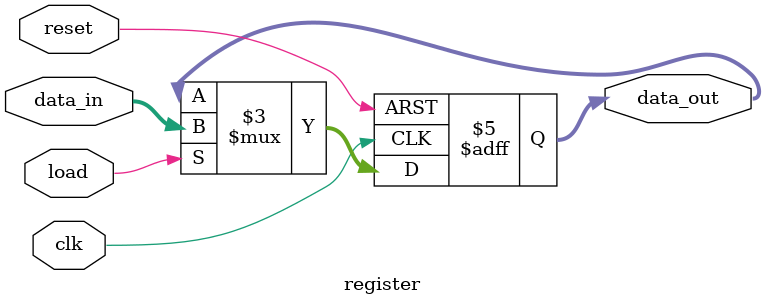
<source format=v>
`timescale 1ns / 1ps


module register(clk, reset, data_in, load, data_out

    );
    input clk, reset;
    output[7:0] data_out;
    input [7:0] data_in;
    input load;
    
    reg [7:0] data_out;
    
    always @(posedge clk, posedge reset)
    begin
      if (reset)
        data_out <= 0;
      else if (load)
        data_out <= data_in;
      else
        data_out <= data_out;
    end
    
    
endmodule

</source>
